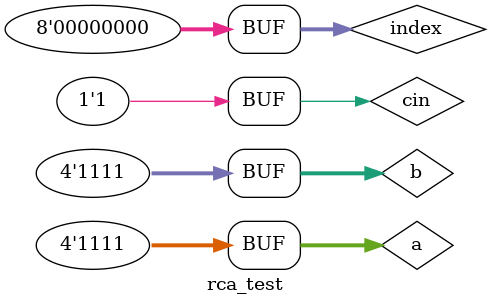
<source format=v>
`timescale 1ns / 1ps


module rca_test;

	// Inputs
	reg [3:0] a;
	reg [3:0] b;
	reg cin;
	reg [7:0] index;
	// Outputs
	wire [3:0] sum;
	wire cout;

	// Instantiate the Unit Under Test (UUT)
	RCA uut (
		.a(a), 
		.b(b), 
		.cin(cin), 
		.sum(sum), 
		.cout(cout)
	);

	initial begin
		// Initialize Inputs
		a = 0;
		b = 0;
		cin = 0;

		// Wait 100 ns for global reset to finish
		#100;
        
		// Add stimulus here
		for (index=0;index<=255;index=index+1)
			begin
			a = index[3:0];
			b = index[7:4];
			cin = index[0];
			#1;
			end
		
	end
      
endmodule


</source>
